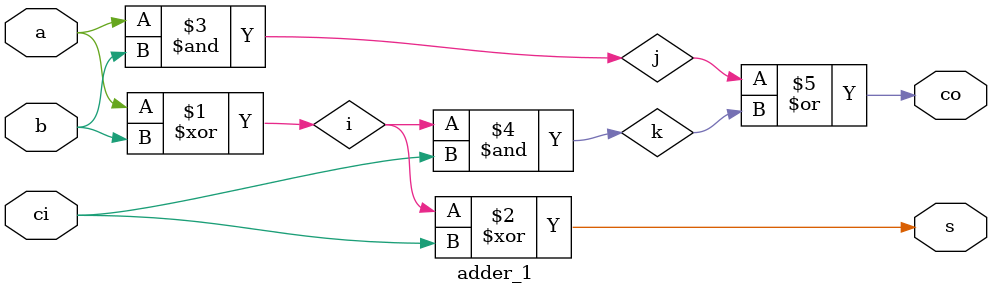
<source format=v>
`timescale 1ns/1ns
module adder_1(input a,b,ci, output s,co);
  wire i,j,k;
  xor xor1(i,a,b);
  xor xor2(s,i,ci);
  and and1(j,a,b);
  and and2(k,i,ci);
  or or1(co,j,k);
endmodule
</source>
